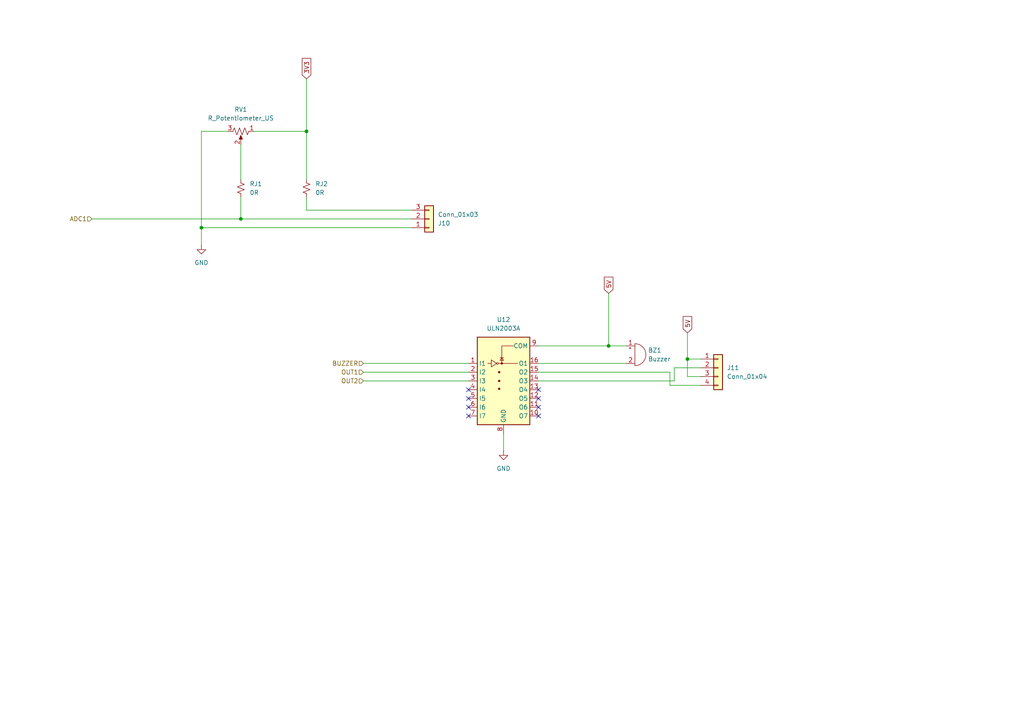
<source format=kicad_sch>
(kicad_sch (version 20250114) (generator "eeschema") (generator_version "9.0")
  (paper "A4")
  (lib_symbols
    (symbol "Connector_Generic:Conn_01x03" (pin_names (offset 1.016) (hide yes))
      (property "Reference" "J" (at 0 5.08 0))
      (property "Value" "Conn_01x03" (at 0 -5.08 0))
      (symbol "Conn_01x03_1_1"
        (rectangle (start -1.27 3.81) (end 1.27 -3.81) (stroke (width 0.254)) (fill (type background)))
        (rectangle (start -1.27 2.667) (end 0 2.413) (stroke (width 0.1524)))
        (rectangle (start -1.27 0.127) (end 0 -0.127) (stroke (width 0.1524)))
        (rectangle (start -1.27 -2.413) (end 0 -2.667) (stroke (width 0.1524)))
        (pin passive line (at -5.08 2.54 0) (length 3.81) (name "Pin_1") (number "1"))
        (pin passive line (at -5.08 0 0) (length 3.81) (name "Pin_2") (number "2"))
        (pin passive line (at -5.08 -2.54 0) (length 3.81) (name "Pin_3") (number "3"))
      )
    )
    (symbol "Connector_Generic:Conn_01x04" (pin_names (offset 1.016) (hide yes))
      (property "Reference" "J" (at 0 5.08 0))
      (property "Value" "Conn_01x04" (at 0 -7.62 0))
      (symbol "Conn_01x04_1_1"
        (rectangle (start -1.27 3.81) (end 1.27 -6.35) (stroke (width 0.254)) (fill (type background)))
        (rectangle (start -1.27 2.667) (end 0 2.413) (stroke (width 0.1524)))
        (rectangle (start -1.27 0.127) (end 0 -0.127) (stroke (width 0.1524)))
        (rectangle (start -1.27 -2.413) (end 0 -2.667) (stroke (width 0.1524)))
        (rectangle (start -1.27 -4.953) (end 0 -5.207) (stroke (width 0.1524)))
        (pin passive line (at -5.08 2.54 0) (length 3.81) (name "Pin_1") (number "1"))
        (pin passive line (at -5.08 0 0) (length 3.81) (name "Pin_2") (number "2"))
        (pin passive line (at -5.08 -2.54 0) (length 3.81) (name "Pin_3") (number "3"))
        (pin passive line (at -5.08 -5.08 0) (length 3.81) (name "Pin_4") (number "4"))
      )
    )
    (symbol "Device:Buzzer" (pin_names (offset 0.0254) (hide yes))
      (property "Reference" "BZ" (at 3.81 1.27 0))
      (property "Value" "Buzzer" (at 3.81 -1.27 0))
      (symbol "Buzzer_0_1"
        (polyline (pts (xy -1.651 1.905) (xy -1.143 1.905)))
        (polyline (pts (xy -1.397 2.159) (xy -1.397 1.651)))
        (arc (start 0 3.175) (mid 3.1612 0) (end 0 -3.175))
        (polyline (pts (xy 0 3.175) (xy 0 -3.175)))
      )
      (symbol "Buzzer_1_1"
        (pin passive line (at -2.54 2.54 0) (length 2.54) (name "+") (number "1"))
        (pin passive line (at -2.54 -2.54 0) (length 2.54) (name "-") (number "2"))
      )
    )
    (symbol "Device:R_Potentiometer_US" (pin_names (offset 1.016) (hide yes))
      (property "Reference" "RV" (at -4.445 0 90))
      (property "Value" "R_Potentiometer_US" (at -2.54 0 90))
      (symbol "R_Potentiometer_US_0_1"
        (polyline (pts (xy 0 2.54) (xy 0 2.286)))
        (polyline (pts (xy 0 2.286) (xy 1.016 1.905) (xy 0 1.524) (xy -1.016 1.143) (xy 0 0.762)))
        (polyline (pts (xy 0 0.762) (xy 1.016 0.381) (xy 0 0) (xy -1.016 -0.381) (xy 0 -0.762)))
        (polyline (pts (xy 0 -0.762) (xy 1.016 -1.143) (xy 0 -1.524) (xy -1.016 -1.905) (xy 0 -2.286)))
        (polyline (pts (xy 0 -2.286) (xy 0 -2.54)))
        (polyline (pts (xy 1.143 0) (xy 2.286 0.508) (xy 2.286 -0.508) (xy 1.143 0)) (fill (type outline)))
        (polyline (pts (xy 2.54 0) (xy 1.524 0)))
      )
      (symbol "R_Potentiometer_US_1_1"
        (pin passive line (at 0 3.81 270) (length 1.27) (name "1") (number "1"))
        (pin passive line (at 0 -3.81 90) (length 1.27) (name "3") (number "3"))
        (pin passive line (at 3.81 0 180) (length 1.27) (name "2") (number "2"))
      )
    )
    (symbol "Device:R_Small_US" (pin_numbers (hide yes)) (pin_names (offset 0.254) (hide yes))
      (property "Reference" "R" (at 0.762 0.508 0))
      (property "Value" "R_Small_US" (at 0.762 -1.016 0))
      (symbol "R_Small_US_1_1"
        (polyline (pts (xy 0 1.524) (xy 1.016 1.143) (xy 0 0.762) (xy -1.016 0.381) (xy 0 0)))
        (polyline (pts (xy 0 0) (xy 1.016 -0.381) (xy 0 -0.762) (xy -1.016 -1.143) (xy 0 -1.524)))
        (pin passive line (at 0 2.54 270) (length 1.016) (name "~") (number "1"))
        (pin passive line (at 0 -2.54 90) (length 1.016) (name "~") (number "2"))
      )
    )
    (symbol "Transistor_Array:ULN2003A"
      (property "Reference" "U" (at 0 15.875 0))
      (property "Value" "ULN2003A" (at 0 13.97 0))
      (symbol "ULN2003A_0_1"
        (rectangle (start -7.62 -12.7) (end 7.62 12.7) (stroke (width 0.254)) (fill (type background)))
        (polyline (pts (xy -4.572 5.08) (xy -3.556 5.08)))
        (polyline (pts (xy -3.556 6.096) (xy -3.556 4.064) (xy -2.032 5.08) (xy -3.556 6.096)))
        (circle (center -1.778 5.08) (radius 0.254))
        (polyline (pts (xy -1.524 5.08) (xy 4.064 5.08)))
        (circle (center -1.27 2.54) (radius 0.254) (fill (type outline)))
        (circle (center -1.27 0) (radius 0.254) (fill (type outline)))
        (circle (center -1.27 -2.286) (radius 0.254) (fill (type outline)))
        (circle (center -0.508 5.08) (radius 0.254) (fill (type outline)))
        (polyline (pts (xy -0.508 5.08) (xy -0.508 10.16) (xy 2.921 10.16)))
        (polyline (pts (xy 0 6.731) (xy -1.016 6.731)))
        (polyline (pts (xy 0 5.969) (xy -1.016 5.969) (xy -0.508 6.731) (xy 0 5.969)))
      )
      (symbol "ULN2003A_1_1"
        (pin input line (at -10.16 5.08 0) (length 2.54) (name "I1") (number "1"))
        (pin input line (at -10.16 2.54 0) (length 2.54) (name "I2") (number "2"))
        (pin input line (at -10.16 0 0) (length 2.54) (name "I3") (number "3"))
        (pin input line (at -10.16 -2.54 0) (length 2.54) (name "I4") (number "4"))
        (pin input line (at -10.16 -5.08 0) (length 2.54) (name "I5") (number "5"))
        (pin input line (at -10.16 -7.62 0) (length 2.54) (name "I6") (number "6"))
        (pin input line (at -10.16 -10.16 0) (length 2.54) (name "I7") (number "7"))
        (pin power_in line (at 0 -15.24 90) (length 2.54) (name "GND") (number "8"))
        (pin passive line (at 10.16 10.16 180) (length 2.54) (name "COM") (number "9"))
        (pin open_collector line (at 10.16 5.08 180) (length 2.54) (name "O1") (number "16"))
        (pin open_collector line (at 10.16 2.54 180) (length 2.54) (name "O2") (number "15"))
        (pin open_collector line (at 10.16 0 180) (length 2.54) (name "O3") (number "14"))
        (pin open_collector line (at 10.16 -2.54 180) (length 2.54) (name "O4") (number "13"))
        (pin open_collector line (at 10.16 -5.08 180) (length 2.54) (name "O5") (number "12"))
        (pin open_collector line (at 10.16 -7.62 180) (length 2.54) (name "O6") (number "11"))
        (pin open_collector line (at 10.16 -10.16 180) (length 2.54) (name "O7") (number "10"))
      )
    )
    (symbol "power:GND" (power) (pin_numbers (hide yes)) (pin_names (offset 0) (hide yes))
      (property "Value" "GND" (at 0 -3.81 0))
      (symbol "GND_0_1"
        (polyline (pts (xy 0 0) (xy 0 -1.27) (xy 1.27 -1.27) (xy 0 -2.54) (xy -1.27 -1.27) (xy 0 -1.27)))
      )
      (symbol "GND_1_1"
        (pin power_in line (at 0 0 270) (length 0) (name "~") (number "1"))
      )
    )
  )
  (junction (at 176.53 100.33))
  (junction (at 58.42 66.04))
  (junction (at 69.85 63.5))
  (junction (at 88.9 38.1))
  (junction (at 199.39 104.14))
  (no_connect (at 156.21 118.11))
  (no_connect (at 135.89 118.11))
  (no_connect (at 135.89 115.57))
  (no_connect (at 156.21 113.03))
  (no_connect (at 156.21 115.57))
  (no_connect (at 156.21 120.65))
  (no_connect (at 135.89 113.03))
  (no_connect (at 135.89 120.65))
  (wire (pts (xy 195.58 106.68) (xy 203.2 106.68)))
  (wire (pts (xy 156.21 105.41) (xy 181.61 105.41)))
  (wire (pts (xy 176.53 100.33) (xy 181.61 100.33)))
  (wire (pts (xy 88.9 57.15) (xy 88.9 60.96)))
  (wire (pts (xy 194.31 111.76) (xy 203.2 111.76)))
  (wire (pts (xy 88.9 60.96) (xy 119.38 60.96)))
  (wire (pts (xy 156.21 107.95) (xy 194.31 107.95)))
  (wire (pts (xy 194.31 107.95) (xy 194.31 111.76)))
  (wire (pts (xy 105.41 107.95) (xy 135.89 107.95)))
  (wire (pts (xy 105.41 105.41) (xy 135.89 105.41)))
  (wire (pts (xy 199.39 109.22) (xy 203.2 109.22)))
  (wire (pts (xy 176.53 85.09) (xy 176.53 100.33)))
  (wire (pts (xy 199.39 104.14) (xy 199.39 109.22)))
  (wire (pts (xy 69.85 57.15) (xy 69.85 63.5)))
  (wire (pts (xy 146.05 125.73) (xy 146.05 130.81)))
  (wire (pts (xy 195.58 110.49) (xy 195.58 106.68)))
  (wire (pts (xy 58.42 66.04) (xy 119.38 66.04)))
  (wire (pts (xy 156.21 110.49) (xy 195.58 110.49)))
  (wire (pts (xy 88.9 38.1) (xy 88.9 52.07)))
  (wire (pts (xy 26.67 63.5) (xy 69.85 63.5)))
  (wire (pts (xy 88.9 22.86) (xy 88.9 38.1)))
  (wire (pts (xy 73.66 38.1) (xy 88.9 38.1)))
  (wire (pts (xy 69.85 63.5) (xy 119.38 63.5)))
  (wire (pts (xy 58.42 38.1) (xy 58.42 66.04)))
  (wire (pts (xy 199.39 96.52) (xy 199.39 104.14)))
  (wire (pts (xy 156.21 100.33) (xy 176.53 100.33)))
  (wire (pts (xy 69.85 52.07) (xy 69.85 41.91)))
  (wire (pts (xy 199.39 104.14) (xy 203.2 104.14)))
  (wire (pts (xy 105.41 110.49) (xy 135.89 110.49)))
  (wire (pts (xy 58.42 66.04) (xy 58.42 71.12)))
  (wire (pts (xy 66.04 38.1) (xy 58.42 38.1)))
  (global_label "5V" (shape input) (at 176.53 85.09 90) (property "Intersheetrefs" "${INTERSHEET_REFS}" (effects (hide yes))))
  (global_label "3V3" (shape input) (at 88.9 22.86 90) (property "Intersheetrefs" "${INTERSHEET_REFS}" (effects (hide yes))))
  (global_label "5V" (shape input) (at 199.39 96.52 90) (property "Intersheetrefs" "${INTERSHEET_REFS}" (effects (hide yes))))
  (hierarchical_label "ADC1" (shape input) (at 26.67 63.5 180))
  (hierarchical_label "OUT1" (shape input) (at 105.41 107.95 180))
  (hierarchical_label "OUT2" (shape input) (at 105.41 110.49 180))
  (hierarchical_label "BUZZER" (shape input) (at 105.41 105.41 180))
  (symbol (lib_id "Connector_Generic:Conn_01x03") (at 124.46 63.5 0) (mirror x) (unit 1)
    (property "Reference" "J10" (at 127 64.7701 0) (effects (justify left)))
    (property "Value" "Conn_01x03" (at 127 62.2301 0) (effects (justify left)))
    (property "Footprint" "Connector_JST:JST_EH_B3B-EH-A_1x03_P2.50mm_Vertical" (effects (hide yes)))
    (property "Description" "Generic connector, single row, 01x03, script generated (kicad-library-utils/schlib/autogen/connector/)" (effects (hide yes)))
  )
  (symbol (lib_id "power:GND") (at 58.42 71.12 0) (unit 1)
    (property "Reference" "#PWR044" (effects (hide yes)))
    (property "Value" "GND" (at 58.42 76.2 0))
    (property "Description" "Power symbol creates a global label with name \"GND\" , ground" (effects (hide yes)))
  )
  (symbol (lib_id "Connector_Generic:Conn_01x04") (at 208.28 106.68 0) (unit 1)
    (property "Reference" "J11" (at 210.82 106.6799 0) (effects (justify left)))
    (property "Value" "Conn_01x04" (at 210.82 109.2199 0) (effects (justify left)))
    (property "Footprint" "Connector_JST:JST_EH_B4B-EH-A_1x04_P2.50mm_Vertical" (effects (hide yes)))
    (property "Description" "Generic connector, single row, 01x04, script generated (kicad-library-utils/schlib/autogen/connector/)" (effects (hide yes)))
  )
  (symbol (lib_id "Device:R_Small_US") (at 69.85 54.61 0) (unit 1)
    (property "Reference" "RJ1" (at 72.39 53.3399 0) (effects (justify left)))
    (property "Value" "0R" (at 72.39 55.8799 0) (effects (justify left)))
    (property "Footprint" "Resistor_SMD:R_0805_2012Metric_Pad1.20x1.40mm_HandSolder" (effects (hide yes)))
    (property "Description" "Resistor, small US symbol" (effects (hide yes)))
  )
  (symbol (lib_id "Device:R_Potentiometer_US") (at 69.85 38.1 270) (unit 1)
    (property "Reference" "RV1" (at 69.85 31.75 90))
    (property "Value" "R_Potentiometer_US" (at 69.85 34.29 90))
    (property "Footprint" "Potentiometer_SMD:Potentiometer_Bourns_3314G_Vertical" (effects (hide yes)))
    (property "Description" "Potentiometer, US symbol" (effects (hide yes)))
  )
  (symbol (lib_id "power:GND") (at 146.05 130.81 0) (unit 1)
    (property "Reference" "#PWR045" (effects (hide yes)))
    (property "Value" "GND" (at 146.05 135.89 0))
    (property "Description" "Power symbol creates a global label with name \"GND\" , ground" (effects (hide yes)))
  )
  (symbol (lib_id "Device:R_Small_US") (at 88.9 54.61 180) (unit 1)
    (property "Reference" "RJ2" (at 91.44 53.3399 0) (effects (justify right)))
    (property "Value" "0R" (at 91.44 55.8799 0) (effects (justify right)))
    (property "Footprint" "Resistor_SMD:R_0805_2012Metric_Pad1.20x1.40mm_HandSolder" (effects (hide yes)))
    (property "Description" "Resistor, small US symbol" (effects (hide yes)))
  )
  (symbol (lib_id "Device:Buzzer") (at 184.15 102.87 0) (unit 1)
    (property "Reference" "BZ1" (at 187.96 101.5999 0) (effects (justify left)))
    (property "Value" "Buzzer" (at 187.96 104.1399 0) (effects (justify left)))
    (property "Footprint" "Buzzer_Beeper:Buzzer_12x9.5RM7.6" (effects (hide yes)))
    (property "Description" "Buzzer, polarized" (effects (hide yes)))
  )
  (symbol (lib_id "Transistor_Array:ULN2003A") (at 146.05 110.49 0) (unit 1)
    (property "Reference" "U12" (at 146.05 92.71 0))
    (property "Value" "ULN2003A" (at 146.05 95.25 0))
    (property "Footprint" "Package_SO:SOIC-16_3.9x9.9mm_P1.27mm" (effects (hide yes)))
    (property "Datasheet" "http://www.ti.com/lit/ds/symlink/uln2003a.pdf" (effects (hide yes)))
    (property "Description" "High Voltage, High Current Darlington Transistor Arrays, SOIC16/SOIC16W/DIP16/TSSOP16" (effects (hide yes)))
  )
)
</source>
